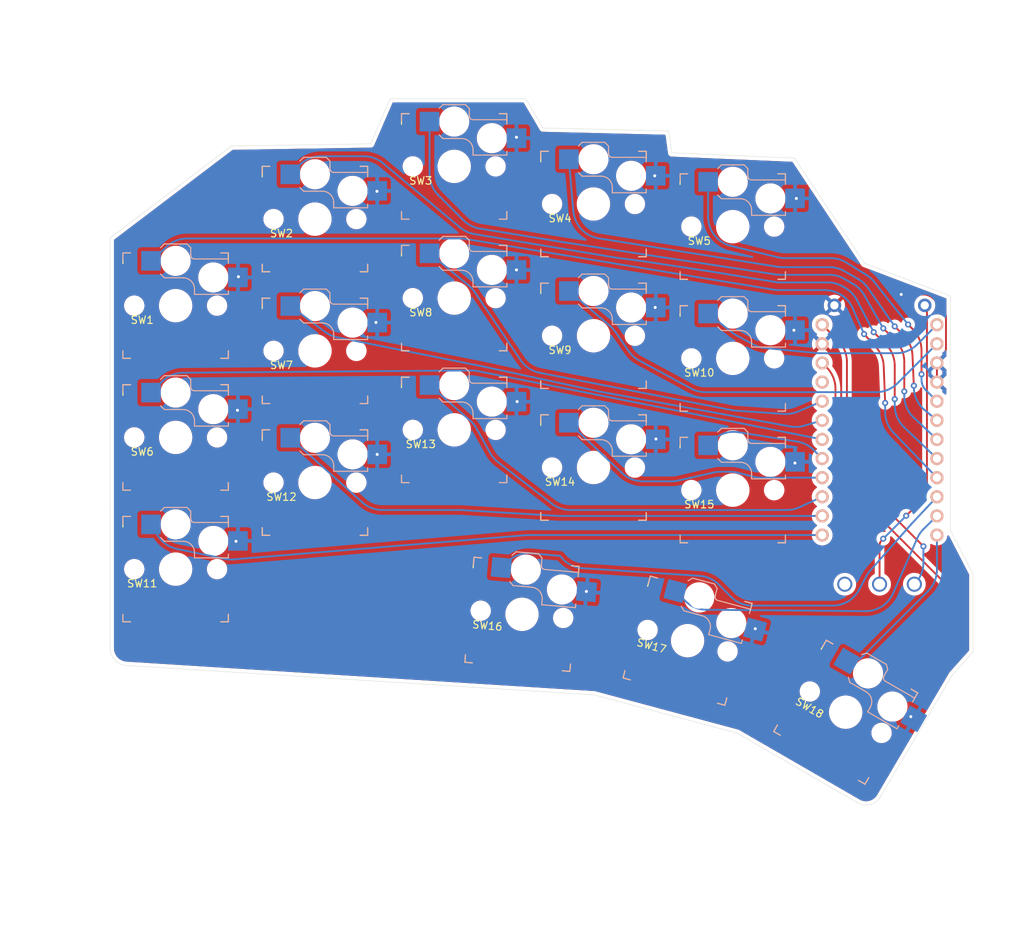
<source format=kicad_pcb>
(kicad_pcb (version 20211014) (generator pcbnew)
  (layers (0 "F.Cu" signal) (31 "B.Cu" signal) (34 "B.Paste" user) (35 "F.Paste" user) (36 "B.SilkS" user "B.Silkscreen") (37 "F.SilkS" user "F.Silkscreen") (38 "B.Mask" user) (39 "F.Mask" user) (44 "Edge.Cuts" user))
  (net 0 "")
  (net 1 "gnd")
  (net 2 "Switch18")
  (net 3 "reset")
  (net 4 "Switch1")
  (net 5 "Switch2")
  (net 6 "Switch3")
  (net 7 "Switch4")
  (net 8 "Switch5")
  (net 9 "Switch6")
  (net 10 "Switch7")
  (net 11 "Switch8")
  (net 12 "Switch9")
  (net 13 "Switch10")
  (net 14 "Switch11")
  (net 15 "Switch12")
  (net 16 "Switch13")
  (net 17 "Switch14")
  (net 18 "Switch15")
  (net 19 "Switch16")
  (net 20 "Switch17")
  (net 21 "raw")
  (net 22 "BT+_r")
  (net 23 "Net-(SW_POWERR1-Pad1)")
  (net 24 "Net-(U1-Pad21)")
  (footprint "Button_Switch_Keyboard:Kailh_socket_PG1350_reversible" (layer "F.Cu") (at 103.271053 115.067125 -5)
    (fp_text reference "SW16" (at -4.445 1.905 175) (layer "F.SilkS"))
    (fp_text value "SW_Push")
    (pad "" np_thru_hole circle (at 5 -3.75 175) (size 3 3) (drill 3) (layers *.Cu *.Mask))
    (pad "" np_thru_hole circle (at -5.5 0 175) (size 1.7018 1.7018) (drill 1.7018) (layers *.Cu *.Mask))
    (pad "" np_thru_hole circle (at 0 0 175) (size 3.429 3.429) (drill 3.429) (layers *.Cu *.Mask))
    (pad "" np_thru_hole circle (at 0 -5.95 175) (size 3 3) (drill 3) (layers *.Cu *.Mask))
    (pad "" np_thru_hole circle (at 5.5 0 175) (size 1.7018 1.7018) (drill 1.7018) (layers *.Cu *.Mask))
    (pad "1" smd rect (at -3.275 -5.95 175) (size 2.6 2.6) (layers "B.Cu" "B.Paste" "B.Mask") (net 19 "Switch16"))
    (pad "2" smd rect (at 8.275 -3.75 175) (size 2.6 2.6) (layers "B.Cu" "B.Paste" "B.Mask") (net 1 "gnd"))
  )
  (footprint "Button_Switch_Keyboard:Kailh_socket_PG1350_reversible" (layer "F.Cu") (at 125.271053 118.567125 -15)
    (fp_text reference "SW17" (at -4.445 1.905 165) (layer "F.SilkS"))
    (fp_text value "SW_Push")
    (pad "" np_thru_hole circle (at 5.5 0 165) (size 1.7018 1.7018) (drill 1.7018) (layers *.Cu *.Mask))
    (pad "" np_thru_hole circle (at 0 -5.95 165) (size 3 3) (drill 3) (layers *.Cu *.Mask))
    (pad "" np_thru_hole circle (at 5 -3.75 165) (size 3 3) (drill 3) (layers *.Cu *.Mask))
    (pad "" np_thru_hole circle (at -5.5 0 165) (size 1.7018 1.7018) (drill 1.7018) (layers *.Cu *.Mask))
    (pad "" np_thru_hole circle (at 0 0 165) (size 3.429 3.429) (drill 3.429) (layers *.Cu *.Mask))
    (pad "1" smd rect (at -3.275 -5.95 165) (size 2.6 2.6) (layers "B.Cu" "B.Paste" "B.Mask") (net 20 "Switch17"))
    (pad "2" smd rect (at 8.275 -3.75 165) (size 2.6 2.6) (layers "B.Cu" "B.Paste" "B.Mask") (net 1 "gnd"))
  )
  (footprint "Button_Switch_Keyboard:Kailh_socket_PG1350_reversible" (layer "F.Cu") (at 146.271053 128.067125 -30)
    (fp_text reference "SW18" (at -4.445 1.905 150) (layer "F.SilkS"))
    (fp_text value "SW_Push")
    (pad "" np_thru_hole circle (at -5.5 0 150) (size 1.7018 1.7018) (drill 1.7018) (layers *.Cu *.Mask))
    (pad "" np_thru_hole circle (at 5.5 0 150) (size 1.7018 1.7018) (drill 1.7018) (layers *.Cu *.Mask))
    (pad "" np_thru_hole circle (at 0 -5.95 150) (size 3 3) (drill 3) (layers *.Cu *.Mask))
    (pad "" np_thru_hole circle (at 5 -3.75 150) (size 3 3) (drill 3) (layers *.Cu *.Mask))
    (pad "" np_thru_hole circle (at 0 0 150) (size 3.429 3.429) (drill 3.429) (layers *.Cu *.Mask))
    (pad "1" smd rect (at -3.275 -5.95 150) (size 2.6 2.6) (layers "B.Cu" "B.Paste" "B.Mask") (net 2 "Switch18"))
    (pad "2" smd rect (at 8.275 -3.75 150) (size 2.6 2.6) (layers "B.Cu" "B.Paste" "B.Mask") (net 1 "gnd"))
  )
  (footprint "Button_Switch_Keyboard:Kailh_socket_PG1350_reversible" (layer "F.Cu") (at 94.271053 73.067125)
    (fp_text reference "SW8" (at -4.445 1.905) (layer "F.SilkS"))
    (fp_text value "SW_Push")
    (pad "" np_thru_hole circle (at 5 -3.75 180) (size 3 3) (drill 3) (layers *.Cu *.Mask))
    (pad "" np_thru_hole circle (at 0 0 180) (size 3.429 3.429) (drill 3.429) (layers *.Cu *.Mask))
    (pad "" np_thru_hole circle (at 0 -5.95 180) (size 3 3) (drill 3) (layers *.Cu *.Mask))
    (pad "" np_thru_hole circle (at -5.5 0 180) (size 1.7018 1.7018) (drill 1.7018) (layers *.Cu *.Mask))
    (pad "" np_thru_hole circle (at 5.5 0 180) (size 1.7018 1.7018) (drill 1.7018) (layers *.Cu *.Mask))
    (pad "1" smd rect (at -3.275 -5.95 180) (size 2.6 2.6) (layers "B.Cu" "B.Paste" "B.Mask") (net 11 "Switch8"))
    (pad "2" smd rect (at 8.275 -3.75 180) (size 2.6 2.6) (layers "B.Cu" "B.Paste" "B.Mask") (net 1 "gnd"))
  )
  (footprint "Button_Switch_Keyboard:Kailh_socket_PG1350_reversible" (layer "F.Cu") (at 75.771053 97.567125)
    (fp_text reference "SW12" (at -4.445 1.905) (layer "F.SilkS"))
    (fp_text value "SW_Push")
    (pad "" np_thru_hole circle (at 0 0 180) (size 3.429 3.429) (drill 3.429) (layers *.Cu *.Mask))
    (pad "" np_thru_hole circle (at 0 -5.95 180) (size 3 3) (drill 3) (layers *.Cu *.Mask))
    (pad "" np_thru_hole circle (at 5 -3.75 180) (size 3 3) (drill 3) (layers *.Cu *.Mask))
    (pad "" np_thru_hole circle (at 5.5 0 180) (size 1.7018 1.7018) (drill 1.7018) (layers *.Cu *.Mask))
    (pad "" np_thru_hole circle (at -5.5 0 180) (size 1.7018 1.7018) (drill 1.7018) (layers *.Cu *.Mask))
    (pad "1" smd rect (at -3.275 -5.95 180) (size 2.6 2.6) (layers "B.Cu" "B.Paste" "B.Mask") (net 15 "Switch12"))
    (pad "2" smd rect (at 8.275 -3.75 180) (size 2.6 2.6) (layers "B.Cu" "B.Paste" "B.Mask") (net 1 "gnd"))
  )
  (footprint "Button_Switch_Keyboard:Kailh_socket_PG1350_reversible" (layer "F.Cu") (at 112.771053 60.567125)
    (fp_text reference "SW4" (at -4.445 1.905) (layer "F.SilkS"))
    (fp_text value "SW_Push")
    (pad "" np_thru_hole circle (at -5.5 0 180) (size 1.7018 1.7018) (drill 1.7018) (layers *.Cu *.Mask))
    (pad "" np_thru_hole circle (at 0 0 180) (size 3.429 3.429) (drill 3.429) (layers *.Cu *.Mask))
    (pad "" np_thru_hole circle (at 5 -3.75 180) (size 3 3) (drill 3) (layers *.Cu *.Mask))
    (pad "" np_thru_hole circle (at 5.5 0 180) (size 1.7018 1.7018) (drill 1.7018) (layers *.Cu *.Mask))
    (pad "" np_thru_hole circle (at 0 -5.95 180) (size 3 3) (drill 3) (layers *.Cu *.Mask))
    (pad "1" smd rect (at -3.275 -5.95 180) (size 2.6 2.6) (layers "B.Cu" "B.Paste" "B.Mask") (net 7 "Switch4"))
    (pad "2" smd rect (at 8.275 -3.75 180) (size 2.6 2.6) (layers "B.Cu" "B.Paste" "B.Mask") (net 1 "gnd"))
  )
  (footprint "Button_Switch_Keyboard:Kailh_socket_PG1350_reversible" (layer "F.Cu") (at 75.771053 80.067125)
    (fp_text reference "SW7" (at -4.445 1.905) (layer "F.SilkS"))
    (fp_text value "SW_Push")
    (pad "" np_thru_hole circle (at 0 -5.95 180) (size 3 3) (drill 3) (layers *.Cu *.Mask))
    (pad "" np_thru_hole circle (at 0 0 180) (size 3.429 3.429) (drill 3.429) (layers *.Cu *.Mask))
    (pad "" np_thru_hole circle (at 5.5 0 180) (size 1.7018 1.7018) (drill 1.7018) (layers *.Cu *.Mask))
    (pad "" np_thru_hole circle (at 5 -3.75 180) (size 3 3) (drill 3) (layers *.Cu *.Mask))
    (pad "" np_thru_hole circle (at -5.5 0 180) (size 1.7018 1.7018) (drill 1.7018) (layers *.Cu *.Mask))
    (pad "1" smd rect (at -3.275 -5.95 180) (size 2.6 2.6) (layers "B.Cu" "B.Paste" "B.Mask") (net 10 "Switch7"))
    (pad "2" smd rect (at 8.275 -3.75 180) (size 2.6 2.6) (layers "B.Cu" "B.Paste" "B.Mask") (net 1 "gnd"))
  )
  (footprint "Sweepv2_extras:battery hole" (layer "F.Cu") (at 144.771055 75.067125)
    (fp_text reference "-" (at -2.02 0.82) (layer "F.SilkS"))
    (fp_text value "MountingHole_Pad" hide)
    (pad "1" thru_hole circle locked (at 0 -1.04) (size 1.8 1.8) (drill 1.1) (layers *.Cu *.Mask) (net 1 "gnd"))
  )
  (footprint "Sweepv2_extras:battery hole" (layer "F.Cu") (at 156.771055 75.067125)
    (fp_text reference "+" (at 1.88 0.82) (layer "F.SilkS"))
    (fp_text value "MountingHole_Pad" hide)
    (pad "1" thru_hole circle locked (at 0 -1.04) (size 1.8 1.8) (drill 1.1) (layers *.Cu *.Mask) (net 22 "BT+_r"))
  )
  (footprint "Button_Switch_Keyboard:Kailh_socket_PG1350_reversible" (layer "F.Cu") (at 57.271053 109.067125)
    (fp_text reference "SW11" (at -4.445 1.905) (layer "F.SilkS"))
    (fp_text value "SW_Push")
    (pad "" np_thru_hole circle (at -5.5 0 180) (size 1.7018 1.7018) (drill 1.7018) (layers *.Cu *.Mask))
    (pad "" np_thru_hole circle (at 5 -3.75 180) (size 3 3) (drill 3) (layers *.Cu *.Mask))
    (pad "" np_thru_hole circle (at 0 0 180) (size 3.429 3.429) (drill 3.429) (layers *.Cu *.Mask))
    (pad "" np_thru_hole circle (at 0 -5.95 180) (size 3 3) (drill 3) (layers *.Cu *.Mask))
    (pad "" np_thru_hole circle (at 5.5 0 180) (size 1.7018 1.7018) (drill 1.7018) (layers *.Cu *.Mask))
    (pad "1" smd rect (at -3.275 -5.95 180) (size 2.6 2.6) (layers "B.Cu" "B.Paste" "B.Mask") (net 14 "Switch11"))
    (pad "2" smd rect (at 8.275 -3.75 180) (size 2.6 2.6) (layers "B.Cu" "B.Paste" "B.Mask") (net 1 "gnd"))
  )
  (footprint "Button_Switch_Keyboard:Kailh_socket_PG1350_reversible" (layer "F.Cu") (at 131.271053 63.567125)
    (fp_text reference "SW5" (at -4.445 1.905) (layer "F.SilkS"))
    (fp_text value "SW_Push")
    (pad "" np_thru_hole circle (at 0 0 180) (size 3.429 3.429) (drill 3.429) (layers *.Cu *.Mask))
    (pad "" np_thru_hole circle (at 0 -5.95 180) (size 3 3) (drill 3) (layers *.Cu *.Mask))
    (pad "" np_thru_hole circle (at 5 -3.75 180) (size 3 3) (drill 3) (layers *.Cu *.Mask))
    (pad "" np_thru_hole circle (at 5.5 0 180) (size 1.7018 1.7018) (drill 1.7018) (layers *.Cu *.Mask))
    (pad "" np_thru_hole circle (at -5.5 0 180) (size 1.7018 1.7018) (drill 1.7018) (layers *.Cu *.Mask))
    (pad "1" smd rect (at -3.275 -5.95 180) (size 2.6 2.6) (layers "B.Cu" "B.Paste" "B.Mask") (net 8 "Switch5"))
    (pad "2" smd rect (at 8.275 -3.75 180) (size 2.6 2.6) (layers "B.Cu" "B.Paste" "B.Mask") (net 1 "gnd"))
  )
  (footprint "Button_Switch_Keyboard:Kailh_socket_PG1350_reversible" (layer "F.Cu") (at 112.771053 78.067125)
    (fp_text reference "SW9" (at -4.445 1.905) (layer "F.SilkS"))
    (fp_text value "SW_Push")
    (pad "" np_thru_hole circle (at 5 -3.75 180) (size 3 3) (drill 3) (layers *.Cu *.Mask))
    (pad "" np_thru_hole circle (at -5.5 0 180) (size 1.7018 1.7018) (drill 1.7018) (layers *.Cu *.Mask))
    (pad "" np_thru_hole circle (at 0 0 180) (size 3.429 3.429) (drill 3.429) (layers *.Cu *.Mask))
    (pad "" np_thru_hole circle (at 5.5 0 180) (size 1.7018 1.7018) (drill 1.7018) (layers *.Cu *.Mask))
    (pad "" np_thru_hole circle (at 0 -5.95 180) (size 3 3) (drill 3) (layers *.Cu *.Mask))
    (pad "1" smd rect (at -3.275 -5.95 180) (size 2.6 2.6) (layers "B.Cu" "B.Paste" "B.Mask") (net 12 "Switch9"))
    (pad "2" smd rect (at 8.275 -3.75 180) (size 2.6 2.6) (layers "B.Cu" "B.Paste" "B.Mask") (net 1 "gnd"))
  )
  (footprint "Button_Switch_Keyboard:Kailh_socket_PG1350_reversible" (layer "F.Cu") (at 131.271053 81.067125)
    (fp_text reference "SW10" (at -4.445 1.905) (layer "F.SilkS"))
    (fp_text value "SW_Push")
    (pad "" np_thru_hole circle (at 5.5 0 180) (size 1.7018 1.7018) (drill 1.7018) (layers *.Cu *.Mask))
    (pad "" np_thru_hole circle (at 5 -3.75 180) (size 3 3) (drill 3) (layers *.Cu *.Mask))
    (pad "" np_thru_hole circle (at 0 -5.95 180) (size 3 3) (drill 3) (layers *.Cu *.Mask))
    (pad "" np_thru_hole circle (at 0 0 180) (size 3.429 3.429) (drill 3.429) (layers *.Cu *.Mask))
    (pad "" np_thru_hole circle (at -5.5 0 180) (size 1.7018 1.7018) (drill 1.7018) (layers *.Cu *.Mask))
    (pad "1" smd rect (at -3.275 -5.95 180) (size 2.6 2.6) (layers "B.Cu" "B.Paste" "B.Mask") (net 13 "Switch10"))
    (pad "2" smd rect (at 8.275 -3.75 180) (size 2.6 2.6) (layers "B.Cu" "B.Paste" "B.Mask") (net 1 "gnd"))
  )
  (footprint "Button_Switch_Keyboard:Kailh_socket_PG1350_reversible" (layer "F.Cu") (at 57.271053 74.067125)
    (fp_text reference "SW1" (at -4.445 1.905) (layer "F.SilkS"))
    (fp_text value "SW_Push")
    (pad "" np_thru_hole circle (at 0 -5.95 180) (size 3 3) (drill 3) (layers *.Cu *.Mask))
    (pad "" np_thru_hole circle (at -5.5 0 180) (size 1.7018 1.7018) (drill 1.7018) (layers *.Cu *.Mask))
    (pad "" np_thru_hole circle (at 5 -3.75 180) (size 3 3) (drill 3) (layers *.Cu *.Mask))
    (pad "" np_thru_hole circle (at 0 0 180) (size 3.429 3.429) (drill 3.429) (layers *.Cu *.Mask))
    (pad "" np_thru_hole circle (at 5.5 0 180) (size 1.7018 1.7018) (drill 1.7018) (layers *.Cu *.Mask))
    (pad "1" smd rect (at -3.275 -5.95 180) (size 2.6 2.6) (layers "B.Cu" "B.Paste" "B.Mask") (net 4 "Switch1"))
    (pad "2" smd rect (at 8.275 -3.75 180) (size 2.6 2.6) (layers "B.Cu" "B.Paste" "B.Mask") (net 1 "gnd"))
  )
  (footprint "Button_Switch_Keyboard:Kailh_socket_PG1350_reversible" (layer "F.Cu") (at 75.771053 62.567125)
    (fp_text reference "SW2" (at -4.445 1.905) (layer "F.SilkS"))
    (fp_text value "SW_Push")
    (pad "" np_thru_hole circle (at 0 0 180) (size 3.429 3.429) (drill 3.429) (layers *.Cu *.Mask))
    (pad "" np_thru_hole circle (at 5 -3.75 180) (size 3 3) (drill 3) (layers *.Cu *.Mask))
    (pad "" np_thru_hole circle (at -5.5 0 180) (size 1.7018 1.7018) (drill 1.7018) (layers *.Cu *.Mask))
    (pad "" np_thru_hole circle (at 0 -5.95 180) (size 3 3) (drill 3) (layers *.Cu *.Mask))
    (pad "" np_thru_hole circle (at 5.5 0 180) (size 1.7018 1.7018) (drill 1.7018) (layers *.Cu *.Mask))
    (pad "1" smd rect (at -3.275 -5.95 180) (size 2.6 2.6) (layers "B.Cu" "B.Paste" "B.Mask") (net 5 "Switch2"))
    (pad "2" smd rect (at 8.275 -3.75 180) (size 2.6 2.6) (layers "B.Cu" "B.Paste" "B.Mask") (net 1 "gnd"))
  )
  (footprint "Sweepv2_extras:SW_SPST_B3U-1000P" (layer "F.Cu") (at 160.771055 115.067125 90)
    (fp_text reference "RSW1" hide)
    (fp_text value "SW_Push" hide)
    (pad "1" smd rect locked (at -3.3 0 90) (size 1.7 1.5) (layers "F.Cu" "F.Paste" "F.Mask") (net 1 "gnd"))
    (pad "2" smd rect locked (at 3.3 0 90) (size 1.7 1.5) (layers "F.Cu" "F.Paste" "F.Mask") (net 3 "reset"))
  )
  (footprint "Button_Switch_Keyboard:Kailh_socket_PG1350_reversible" (layer "F.Cu") (at 112.771053 95.567125)
    (fp_text reference "SW14" (at -4.445 1.905) (layer "F.SilkS"))
    (fp_text value "SW_Push")
    (pad "" np_thru_hole circle (at 0 -5.95 180) (size 3 3) (drill 3) (layers *.Cu *.Mask))
    (pad "" np_thru_hole circle (at 5 -3.75 180) (size 3 3) (drill 3) (layers *.Cu *.Mask))
    (pad "" np_thru_hole circle (at 0 0 180) (size 3.429 3.429) (drill 3.429) (layers *.Cu *.Mask))
    (pad "" np_thru_hole circle (at -5.5 0 180) (size 1.7018 1.7018) (drill 1.7018) (layers *.Cu *.Mask))
    (pad "" np_thru_hole circle (at 5.5 0 180) (size 1.7018 1.7018) (drill 1.7018) (layers *.Cu *.Mask))
    (pad "1" smd rect (at -3.275 -5.95 180) (size 2.6 2.6) (layers "B.Cu" "B.Paste" "B.Mask") (net 17 "Switch14"))
    (pad "2" smd rect (at 8.275 -3.75 180) (size 2.6 2.6) (layers "B.Cu" "B.Paste" "B.Mask") (net 1 "gnd"))
  )
  (footprint "Button_Switch_Keyboard:Kailh_socket_PG1350_reversible" (layer "F.Cu") (at 57.271053 91.567125)
    (fp_text reference "SW6" (at -4.445 1.905) (layer "F.SilkS"))
    (fp_text value "SW_Push")
    (pad "" np_thru_hole circle (at 0 0 180) (size 3.429 3.429) (drill 3.429) (layers *.Cu *.Mask))
    (pad "" np_thru_hole circle (at 0 -5.95 180) (size 3 3) (drill 3) (layers *.Cu *.Mask))
    (pad "" np_thru_hole circle (at 5 -3.75 180) (size 3 3) (drill 3) (layers *.Cu *.Mask))
    (pad "" np_thru_hole circle (at 5.5 0 180) (size 1.7018 1.7018) (drill 1.7018) (layers *.Cu *.Mask))
    (pad "" np_thru_hole circle (at -5.5 0 180) (size 1.7018 1.7018) (drill 1.7018) (layers *.Cu *.Mask))
    (pad "1" smd rect (at -3.275 -5.95 180) (size 2.6 2.6) (layers "B.Cu" "B.Paste" "B.Mask") (net 9 "Switch6"))
    (pad "2" smd rect (at 8.275 -3.75 180) (size 2.6 2.6) (layers "B.Cu" "B.Paste" "B.Mask") (net 1 "gnd"))
  )
  (footprint "Button_Switch_Keyboard:Kailh_socket_PG1350_reversible" (layer "F.Cu") (at 94.271053 55.567125)
    (fp_text reference "SW3" (at -4.445 1.905) (layer "F.SilkS"))
    (fp_text value "SW_Push")
    (pad "" np_thru_hole circle (at -5.5 0 180) (size 1.7018 1.7018) (drill 1.7018) (layers *.Cu *.Mask))
    (pad "" np_thru_hole circle (at 0 0 180) (size 3.429 3.429) (drill 3.429) (layers *.Cu *.Mask))
    (pad "" np_thru_hole circle (at 5 -3.75 180) (size 3 3) (drill 3) (layers *.Cu *.Mask))
    (pad "" np_thru_hole circle (at 0 -5.95 180) (size 3 3) (drill 3) (layers *.Cu *.Mask))
    (pad "" np_thru_hole circle (at 5.5 0 180) (size 1.7018 1.7018) (drill 1.7018) (layers *.Cu *.Mask))
    (pad "1" smd rect (at -3.275 -5.95 180) (size 2.6 2.6) (layers "B.Cu" "B.Paste" "B.Mask") (net 6 "Switch3"))
    (pad "2" smd rect (at 8.275 -3.75 180) (size 2.6 2.6) (layers "B.Cu" "B.Paste" "B.Mask") (net 1 "gnd"))
  )
  (footprint "Button_Switch_Keyboard:Kailh_socket_PG1350_reversible" (layer "F.Cu") (at 94.271053 90.567125)
    (fp_text reference "SW13" (at -4.445 1.905) (layer "F.SilkS"))
    (fp_text value "SW_Push")
    (pad "" np_thru_hole circle (at 5 -3.75 180) (size 3 3) (drill 3) (layers *.Cu *.Mask))
    (pad "" np_thru_hole circle (at 0 -5.95 180) (size 3 3) (drill 3) (layers *.Cu *.Mask))
    (pad "" np_thru_hole circle (at -5.5 0 180) (size 1.7018 1.7018) (drill 1.7018) (layers *.Cu *.Mask))
    (pad "" np_thru_hole circle (at 5.5 0 180) (size 1.7018 1.7018) (drill 1.7018) (layers *.Cu *.Mask))
    (pad "" np_thru_hole circle (at 0 0 180) (size 3.429 3.429) (drill 3.429) (layers *.Cu *.Mask))
    (pad "1" smd rect (at -3.275 -5.95 180) (size 2.6 2.6) (layers "B.Cu" "B.Paste" "B.Mask") (net 16 "Switch13"))
    (pad "2" smd rect (at 8.275 -3.75 180) (size 2.6 2.6) (layers "B.Cu" "B.Paste" "B.Mask") (net 1 "gnd"))
  )
  (footprint "Button_Switch_Keyboard:Kailh_socket_PG1350_reversible" (layer "F.Cu") (at 131.271053 98.567125)
    (fp_text reference "SW15" (at -4.445 1.905) (layer "F.SilkS"))
    (fp_text value "SW_Push")
    (pad "" np_thru_hole circle (at -5.5 0 180) (size 1.7018 1.7018) (drill 1.7018) (layers *.Cu *.Mask))
    (pad "" np_thru_hole circle (at 5.5 0 180) (size 1.7018 1.7018) (drill 1.7018) (layers *.Cu *.Mask))
    (pad "" np_thru_hole circle (at 0 -5.95 180) (size 3 3) (drill 3) (layers *.Cu *.Mask))
    (pad "" np_thru_hole circle (at 5 -3.75 180) (size 3 3) (drill 3) (layers *.Cu *.Mask))
    (pad "" np_thru_hole circle (at 0 0 180) (size 3.429 3.429) (drill 3.429) (layers *.Cu *.Mask))
    (pad "1" smd rect (at -3.275 -5.95 180) (size 2.6 2.6) (layers "B.Cu" "B.Paste" "B.Mask") (net 18 "Switch15"))
    (pad "2" smd rect (at 8.275 -3.75 180) (size 2.6 2.6) (layers "B.Cu" "B.Paste" "B.Mask") (net 1 "gnd"))
  )
  (footprint "Sweepv2_extras:nice_nano" (layer "B.Cu") (at 150.771055 90.567125 -90)
    (fp_text reference "U1" hide)
    (fp_text value "nice_nano" hide)
    (pad "1" thru_hole circle (at -13.97 -7.62 270) (size 1.7526 1.7526) (drill 1.0922) (layers *.Cu *.SilkS *.Mask) (net 13 "Switch10"))
    (pad "2" thru_hole circle (at -11.43 -7.62 270) (size 1.7526 1.7526) (drill 1.0922) (layers *.Cu *.SilkS *.Mask) (net 12 "Switch9"))
    (pad "3" thru_hole circle (at -8.89 -7.62 270) (size 1.7526 1.7526) (drill 1.0922) (layers *.Cu *.SilkS *.Mask) (net 1 "gnd"))
    (pad "4" thru_hole circle (at -6.35 -7.62 270) (size 1.7526 1.7526) (drill 1.0922) (layers *.Cu *.SilkS *.Mask) (net 1 "gnd"))
    (pad "5" thru_hole circle (at -3.81 -7.62 270) (size 1.7526 1.7526) (drill 1.0922) (layers *.Cu *.SilkS *.Mask) (net 8 "Switch5"))
    (pad "6" thru_hole circle (at -1.27 -7.62 270) (size 1.7526 1.7526) (drill 1.0922) (layers *.Cu *.SilkS *.Mask) (net 7 "Switch4"))
    (pad "7" thru_hole circle (at 1.27 -7.62 270) (size 1.7526 1.7526) (drill 1.0922) (layers *.Cu *.SilkS *.Mask) (net 6 "Switch3"))
    (pad "8" thru_hole circle (at 3.81 -7.62 270) (size 1.7526 1.7526) (drill 1.0922) (layers *.Cu *.SilkS *.Mask) (net 5 "Switch2"))
    (pad "9" thru_hole circle (at 6.35 -7.62 270) (size 1.7526 1.7526) (drill 1.0922) (layers *.Cu *.SilkS *.Mask) (net 4 "Switch1"))
    (pad "10" thru_hole circle (at 8.89 -7.62 270) (size 1.7526 1.7526) (drill 1.0922) (layers *.Cu *.SilkS *.Mask) (net 19 "Switch16"))
    (pad "11" thru_hole circle (at 11.43 -7.62 270) (size 1.7526 1.7526) (drill 1.0922) (layers *.Cu *.SilkS *.Mask) (net 20 "Switch17"))
    (pad "12" thru_hole circle (at 13.97 -7.62 270) (size 1.7526 1.7526) (drill 1.0922) (layers *.Cu *.SilkS *.Mask) (net 2 "Switch18"))
    (pad "13" thru_hole circle (at 13.97 7.62 270) (size 1.7526 1.7526) (drill 1.0922) (layers *.Cu *.SilkS *.Mask) (net 14 "Switch11"))
    (pad "14" thru_hole circle (at 11.43 7.62 270) (size 1.7526 1.7526) (drill 1.0922) (layers *.Cu *.SilkS *.Mask) (net 15 "Switch12"))
    (pad "15" thru_hole circle (at 8.89 7.62 270) (size 1.7526 1.7526) (drill 1.0922) (layers *.Cu *.SilkS *.Mask) (net 16 "Switch13"))
    (pad "16" thru_hole circle (at 6.35 7.62 270) (size 1.7526 1.7526) (drill 1.0922) (layers *.Cu *.SilkS *.Mask) (net 17 "Switch14"))
    (pad "17" thru_hole circle (at 3.81 7.62 270) (size 1.7526 1.7526) (drill 1.0922) (layers *.Cu *.SilkS *.Mask) (net 18 "Switch15"))
    (pad "18" thru_hole circle (at 1.27 7.62 270) (size 1.7526 1.7526) (drill 1.0922) (layers *.Cu *.SilkS *.Mask) (net 9 "Switch6"))
    (pad "19" thru_hole circle (at -1.27 7.62 270) (size 1.7526 1.7526) (drill 1.0922) (layers *.Cu *.SilkS *.Mask) (net 10 "Switch7"))
    (pad "20" thru_hole circle (at -3.81 7.62 270) (size 1.7526 1.7526) (drill 1.0922) (layers *.Cu *.SilkS *.Mask) (net 11 "Switch8"))
    (pad "21" thru_hole circle (at -6.35 7.62 270) (size 1.7526 1.7526) (drill 1.0922) (layers *.Cu *.SilkS *.Mask) (net 24 "Net-(U1-Pad21)"))
    (pad "22" thru_hole circle (at -8.89 7.62 270) (size 1.7526 1.7526) (drill 1.0922) (layers *.Cu *.SilkS *.Mask) (net 3 "reset"))
    (pad "23" thru_hole circle (at -11.43 7.62 270) (size 1.7526 1.7526) (drill 1.0922) (layers *.Cu *.SilkS *.Mask) (net 1 "gnd"))
    (pad "24" thru_hole circle (at -13.97 7.62 270) (size 1.7526 1.7526) (drill 1.0922) (layers *.Cu *.SilkS *.Mask) (net 21 "raw"))
  )
  (footprint "Sweepv2_extras:bigswitch" (layer "B.Cu") (at 150.771055 111.067125)
    (fp_text reference "SW_POWERR1" hide)
    (fp_text value "SW_SPDT" hide)
    (pad "1" thru_hole circle locked (at -4.62 0) (size 2 2) (drill 1.5) (layers *.Cu *.Mask) (net 23 "Net-(SW_POWERR1-Pad1)"))
    (pad "2" thru_hole circle locked (at 0 0) (size 2 2) (drill 1.5) (layers *.Cu *.Mask) (net 22 "BT+_r"))
    (pad "3" thru_hole circle locked (at 4.62 0) (size 2 2) (drill 1.5) (layers *.Cu *.Mask) (net 21 "raw"))
  )
  (gr_line (start 48.571055 65.067125) (end 48.571055 75.239125) (layer "Edge.Cuts") (width 0.05))
  (gr_line (start 48.571055 75.239125) (end 48.571055 101.147125) (layer "Edge.Cuts") (width 0.05))
  (gr_line (start 103.771055 46.567125) (end 85.771055 46.567125) (layer "Edge.Cuts") (width 0.05))
  (gr_line (start 148.771055 68.445125) (end 139.471055 54.467125) (layer "Edge.Cuts") (width 0.05))
  (gr_line (start 48.571055 101.147125) (end 48.571055 119.567125) (layer "Edge.Cuts") (width 0.05))
  (gr_line (start 131.871055 130.867125) (end 147.810587 140.078488) (layer "Edge.Cuts") (width 0.05))
  (gr_line (start 163.171055 109.667125) (end 160.171055 103.867125) (layer "Edge.Cuts") (width 0.05))
  (gr_arc (start 50.871055 121.867125) (mid 49.244709 121.193471) (end 48.571055 119.567125) (layer "Edge.Cuts") (width 0.05))
  (gr_line (start 123.171055 53.767125) (end 122.771055 50.867125) (layer "Edge.Cuts") (width 0.05))
  (gr_line (start 122.771055 50.867125) (end 106.071055 50.467125) (layer "Edge.Cuts") (width 0.05))
  (gr_line (start 106.071055 50.467125) (end 103.771055 46.567125) (layer "Edge.Cuts") (width 0.05))
  (gr_line (start 160.471055 123.067125) (end 163.171055 120.067125) (layer "Edge.Cuts") (width 0.05))
  (gr_line (start 163.171055 120.067125) (end 163.171055 109.667125) (layer "Edge.Cuts") (width 0.05))
  (gr_line (start 64.671055 52.867125) (end 48.571055 65.067125) (layer "Edge.Cuts") (width 0.05))
  (gr_line (start 160.151055 72.763125) (end 148.771055 68.445125) (layer "Edge.Cuts") (width 0.05))
  (gr_line (start 50.871055 121.867125) (end 112.871055 125.767125) (layer "Edge.Cuts") (width 0.05))
  (gr_line (start 85.771055 46.567125) (end 83.171055 52.567125) (layer "Edge.Cuts") (width 0.05))
  (gr_line (start 83.171055 52.567125) (end 64.671055 52.867125) (layer "Edge.Cuts") (width 0.05))
  (gr_line (start 139.471055 54.467125) (end 123.171055 53.767125) (layer "Edge.Cuts") (width 0.05))
  (gr_line (start 160.171055 103.867125) (end 160.151055 72.763125) (layer "Edge.Cuts") (width 0.05))
  (gr_line (start 112.871055 125.767125) (end 131.871055 130.867125) (layer "Edge.Cuts") (width 0.05))
  (gr_arc (start 150.971055 139.167125) (mid 149.590611 140.315648) (end 147.810587 140.078488) (layer "Edge.Cuts") (width 0.05))
  (gr_line (start 150.971055 139.167125) (end 160.471055 123.067125) (layer "Edge.Cuts") (width 0.05))
  (segment (start 159.591866 79.647887) (end 159.591866 75.620293) (width 0.25) (layer "F.Cu") (net 1))
  (segment (start 145.632393 73.165787) (end 144.771055 74.027125) (width 0.25) (layer "F.Cu") (net 1))
  (segment (start 159.006079 74.206079) (end 157.965786 73.165786) (width 0.25) (layer "F.Cu") (net 1))
  (segment (start 156.551573 72.58) (end 147.046607 72.58) (width 0.25) (layer "F.Cu") (net 1))
  (segment (start 158.391055 81.677125) (end 159.00608 81.0621) (width 0.25) (layer "F.Cu") (net 1))
  (segment (start 158.391055 81.677125) (end 158.391055 84.217125) (width 0.25) (layer "F.Cu") (net 1))
  (via (at 102.629055 86.807125) (size 0.8) (drill 0.4) (layers "F.Cu" "B.Cu") (net 1))
  (via (at 83.879055 76.297125) (size 0.8) (drill 0.4) (layers "F.Cu" "B.Cu") (net 1))
  (via (at 84.009055 58.877125) (size 0.8) (drill 0.4) (layers "F.Cu" "B.Cu") (net 1))
  (via (at 139.719055 59.827125) (size 0.8) (drill 0.4) (layers "F.Cu" "B.Cu") (net 1))
  (via (at 134.259055 116.977125) (size 0.8) (drill 0.4) (layers "F.Cu" "B.Cu") (net 1))
  (via (at 139.529055 94.977125) (size 0.8) (drill 0.4) (layers "F.Cu" "B.Cu") (net 1))
  (via (at 65.289055 105.367125) (size 0.8) (drill 0.4) (layers "F.Cu" "B.Cu") (net 1))
  (via (at 65.609055 70.227125) (size 0.8) (drill 0.4) (layers "F.Cu" "B.Cu") (net 1))
  (via (at 120.909055 56.817125) (size 0.8) (drill 0.4) (layers "F.Cu" "B.Cu") (net 1))
  (via (at 111.829055 112.027125) (size 0.8) (drill 0.4) (layers "F.Cu" "B.Cu") (net 1))
  (via (at 139.399055 77.337125) (size 0.8) (drill 0.4) (layers "F.Cu" "B.Cu") (net 1))
  (via (at 102.539055 51.697125) (size 0.8) (drill 0.4) (layers "F.Cu" "B.Cu") (net 1))
  (via (at 84.039055 93.827125) (size 0.8) (drill 0.4) (layers "F.Cu" "B.Cu") (net 1))
  (via (at 102.539055 69.317125) (size 0.8) (drill 0.4) (layers "F.Cu" "B.Cu") (net 1))
  (via (at 154.919055 128.657125) (size 0.8) (drill 0.4) (layers "F.Cu" "B.Cu") (net 1))
  (via (at 121.069055 91.777125) (size 0.8) (drill 0.4) (layers "F.Cu" "B.Cu") (net 1))
  (via (at 65.479055 87.967125) (size 0.8) (drill 0.4) (layers "F.Cu" "B.Cu") (net 1))
  (via (at 153.65 72.58) (size 0.8) (drill 0.4) (layers "F.Cu" "B.Cu") (net 1))
  (via (at 120.969055 74.307125) (size 0.8) (drill 0.4) (layers "F.Cu" "B.Cu") (net 1))
  (arc (start 159.00608 81.0621) (mid 159.439625 80.413254) (end 159.591866 79.647887) (width 0.25) (layer "F.Cu") (net 1))
  (arc (start 156.551573 72.58) (mid 157.31694 72.732241) (end 157.965786 73.165786) (width 0.25) (layer "F.Cu") (net 1))
  (arc (start 145.632393 73.165787) (mid 146.28124 72.732241) (end 147.046607 72.58) (width 0.25) (layer "F.Cu") (net 1))
  (arc (start 159.591866 75.620293) (mid 159.439625 74.854926) (end 159.006079 74.206079) (width 0.25) (layer "F.Cu") (net 1))
  (segment (start 158.391055 81.677125) (end 158.367125 81.677125) (width 0.25) (layer "B.Cu") (net 1))
  (segment (start 148.496718 120.690987) (end 157.219482 111.968223) (width 0.25) (layer "B.Cu") (net 2))
  (segment (start 146.40982 121.276774) (end 147.082504 121.276774) (width 0.25) (layer "B.Cu") (net 2))
  (segment (start 158.391055 109.139796) (end 158.391055 104.537125) (width 0.25) (layer "B.Cu") (net 2))
  (arc (start 158.391055 109.139796) (mid 158.086573 110.67053) (end 157.219482 111.968223) (width 0.25) (layer "B.Cu") (net 2))
  (arc (start 148.496718 120.690987) (mid 147.847871 121.124533) (end 147.082504 121.276774) (width 0.25) (layer "B.Cu") (net 2))
  (segment (start 143.739482 82.265552) (end 143.151055 81.677125) (width 0.25) (layer "F.Cu") (net 3))
  (segment (start 144.911055 94.728271) (end 144.911055 85.093979) (width 0.25) (layer "F.Cu") (net 3))
  (segment (start 160.000162 111.474232) (end 146.082628 97.556698) (width 0.25) (layer "F.Cu") (net 3))
  (segment (start 160.771055 111.767125) (end 160.707269 111.767125) (width 0.25) (layer "F.Cu") (net 3))
  (arc (start 160.707269 111.767125) (mid 160.324586 111.691005) (end 160.000162 111.474232) (width 0.25) (layer "F.Cu") (net 3))
  (arc (start 144.911055 94.728271) (mid 145.215537 96.259005) (end 146.082628 97.556698) (width 0.25) (layer "F.Cu") (net 3))
  (arc (start 143.739482 82.265552) (mid 144.606573 83.563245) (end 144.911055 85.093979) (width 0.25) (layer "F.Cu") (net 3))
  (segment (start 150.282173 79.560355) (end 148.721055 77.843125) (width 0.25) (layer "F.Cu") (net 4))
  (segment (start 151.515055 86.987125) (end 151.319217 82.091174) (width 0.25) (layer "F.Cu") (net 4))
  (via (at 148.721055 77.843125) (size 0.8) (drill 0.4) (layers "F.Cu" "B.Cu") (net 4))
  (via (at 151.515055 86.987125) (size 0.8) (drill 0.4) (layers "F.Cu" "B.Cu") (net 4))
  (arc (start 151.319217 82.091174) (mid 151.023725 80.734374) (end 150.282173 79.560355) (width 0.25) (layer "F.Cu") (net 4))
  (segment (start 151.515055 86.987125) (end 151.515055 88.167579) (width 0.25) (layer "B.Cu") (net 4))
  (segment (start 152.634641 90.943045) (end 158.391055 96.917125) (width 0.25) (layer "B.Cu") (net 4))
  (segment (start 95.053988 65.143125) (end 58.822738 65.143125) (width 0.25) (layer "B.Cu") (net 4))
  (segment (start 143.509871 72.001125) (end 137.364122 72.001125) (width 0.25) (layer "B.Cu") (net 4))
  (segment (start 145.650979 72.622327) (end 145.629865 72.609131) (width 0.25) (layer "B.Cu") (net 4))
  (segment (start 136.714333 71.947994) (end 95.703777 65.196256) (width 0.25) (layer "B.Cu") (net 4))
  (segment (start 56.138164 66.177815) (end 53.996053 68.117125) (width 0.25) (layer "B.Cu") (net 4))
  (segment (start 148.721055 77.843125) (end 147.186229 74.389766) (width 0.25) (layer "B.Cu") (net 4))
  (arc (start 152.634641 90.943045) (mid 151.805496 89.663965) (end 151.515055 88.167579) (width 0.25) (layer "B.Cu") (net 4))
  (arc (start 147.186229 74.389766) (mid 146.550803 73.391214) (end 145.650979 72.622327) (width 0.25) (layer "B.Cu") (net 4))
  (arc (start 145.629865 72.609131) (mid 144.6126 72.15613) (end 143.509871 72.001125) (width 0.25) (layer "B.Cu") (net 4))
  (arc (start 95.703777 65.196256) (mid 95.379967 65.15643) (end 95.053988 65.143125) (width 0.25) (layer "B.Cu") (net 4))
  (arc (start 136.714333 71.947994) (mid 137.038143 71.98782) (end 137.364122 72.001125) (width 0.25) (layer "B.Cu") (net 4))
  (arc (start 56.138164 66.177815) (mid 57.384204 65.41075) (end 58.822738 65.143125) (width 0.25) (layer "B.Cu") (net 4))
  (segment (start 151.613482 79.211552) (end 149.991055 77.589125) (width 0.25) (layer "F.Cu") (net 5))
  (segment (start 152.785055 86.479125) (end 152.785055 82.039979) (width 0.25) (layer "F.Cu") (net 5))
  (via (at 149.991055 77.589125) (size 0.8) (drill 0.4) (layers "F.Cu" "B.Cu") (net 5))
  (via (at 152.785055 86.479125) (size 0.8) (drill 0.4) (layers "F.Cu" "B.Cu") (net 5))
  (arc (start 152.785055 82.039979) (mid 152.480573 80.509245) (end 151.613482 79.211552) (width 0.25) (layer "F.Cu") (net 5))
  (segment (start 96.958946 64.55944) (end 115.636742 67.672406) (width 0.25) (layer "B.Cu") (net 5))
  (segment (start 147.752115 73.314785) (end 149.991055 77.589125) (width 0.25) (layer "B.Cu") (net 5))
  (segment (start 119.546293 68.196464) (end 127.872507 69.458012) (width 0.25) (layer "B.Cu") (net 5))
  (segment (start 145.817123 71.488496) (end 146.151361 71.674184) (width 0.25) (layer "B.Cu") (net 5))
  (segment (start 84.809593 55.14824) (end 95.055804 63.686749) (width 0.25) (layer "B.Cu") (net 5))
  (segment (start 76.548907 54.221125) (end 82.248855 54.221125) (width 0.25) (layer "B.Cu") (net 5))
  (segment (start 137.613275 70.985125) (end 143.874551 70.985125) (width 0.25) (layer "B.Cu") (net 5))
  (segment (start 72.496053 56.617125) (end 73.72048 55.392698) (width 0.25) (layer "B.Cu") (net 5))
  (segment (start 127.91357 69.464452) (end 136.97299 70.933547) (width 0.25) (layer "B.Cu") (net 5))
  (segment (start 158.391055 94.377125) (end 154.021312 90.200692) (width 0.25) (layer "B.Cu") (net 5))
  (segment (start 115.765683 67.691742) (end 119.475727 68.186415) (width 0.25) (layer "B.Cu") (net 5))
  (segment (start 152.785055 87.309027) (end 152.785055 86.479125) (width 0.25) (layer "B.Cu") (net 5))
  (arc (start 119.475727 68.186415) (mid 119.511032 68.191283) (end 119.546293 68.196464) (width 0.25) (layer "B.Cu") (net 5))
  (arc (start 146.151361 71.674184) (mid 147.07177 72.377367) (end 147.752115 73.314785) (width 0.25) (layer "B.Cu") (net 5))
  (arc (start 82.248855 54.221125) (mid 83.610556 54.460039) (end 84.809593 55.14824) (width 0.25) (layer "B.Cu") (net 5))
  (arc (start 73.72048 55.392698) (mid 75.018173 54.525607) (end 76.548907 54.221125) (width 0.25) (layer "B.Cu") (net 5))
  (arc (start 115.765683 67.691742) (mid 115.701134 67.682599) (end 115.636742 67.672406) (width 0.25) (layer "B.Cu") (net 5))
  (arc (start 152.785055 87.309027) (mid 153.107082 88.88145) (end 154.021312 90.200692) (width 0.25) (layer "B.Cu") (net 5))
  (arc (start 95.055804 63.686749) (mid 95.949264 64.249821) (end 96.958946 64.55944) (width 0.25) (layer "B.Cu") (net 5))
  (arc (start 143.874551 70.985125) (mid 144.877916 71.113012) (end 145.817123 71.488496) (width 0.25) (layer "B.Cu") (net 5))
  (arc (start 127.91357 69.464452) (mid 127.893047 69.461179) (end 127.872507 69.458012) (width 0.25) (layer "B.Cu") (net 5))
  (arc (start 136.97299 70.933547) (mid 137.292095 70.97221) (end 137.613275 70.985125) (width 0.25) (layer "B.Cu") (net 5))
  (segment (start 151.261055 77.081125) (end 152.883482 78.703552) (width 0.25) (layer "F.Cu") (net 6))
  (segment (start 154.055055 81.531979) (end 154.055055 85.463125) (width 0.25) (layer "F.Cu") (net 6))
  (via (at 154.055055 85.463125) (size 0.8) (drill 0.4) (layers "F.Cu" "B.Cu") (net 6))
  (via (at 151.261055 77.081125) (size 0.8) (drill 0.4) (layers "F.Cu" "B.Cu") (net 6))
  (arc (start 154.055055 81.531979) (mid 153.750573 80.001245) (end 152.883482 78.703552) (width 0.25) (layer "F.Cu") (net 6))
  (segment (start 108.865205 65.654487) (end 136.992631 69.923828) (width 0.25) (layer "B.Cu") (net 6))
  (segment (start 148.744791 72.677662) (end 151.261055 77.081125) (width 0.25) (layer "B.Cu") (net 6))
  (segment (start 90.996053 49.617125) (end 90.996053 56.561269) (width 0.25) (layer "B.Cu") (net 6))
  (segment (start 155.311085 88.933315) (end 158.391055 91.837125) (width 0.25) (layer "B.Cu") (net 6))
  (segment (start 146.099142 70.514009) (end 147.287302 71.207102) (width 0.25) (layer "B.Cu") (net 6))
  (segment (start 137.592898 69.969125) (end 144.083658 69.969125) (width 0.25) (layer "B.Cu") (net 6))
  (segment (start 97.669376 63.826851) (end 108.820945 65.647515) (width 0.25) (layer "B.Cu") (net 6))
  (segment (start 154.055055 85.463125) (end 154.055055 86.022881) (width 0.25) (layer "B.Cu") (net 6))
  (segment (start 92.167626 59.389696) (end 95.485477 62.707547) (width 0.25) (layer "B.Cu") (net 6))
  (arc (start 144.083658 69.969125) (mid 145.127578 70.107748) (end 146.099142 70.514009) (width 0.25) (layer "B.Cu") (net 6))
  (arc (start 97.669376 63.826851) (mid 96.489469 63.438816) (end 95.485477 62.707547) (width 0.25) (layer "B.Cu") (net 6))
  (arc (start 147.287302 71.207102) (mid 148.112844 71.846445) (end 148.744791 72.677662) (width 0.25) (layer "B.Cu") (net 6))
  (arc (start 108.820945 65.647515) (mid 108.843065 65.651063) (end 108.865205 65.654487) (width 0.25) (layer "B.Cu") (net 6))
  (arc (start 154.055055 86.022881) (mid 154.382462 87.607829) (end 155.311085 88.933315) (width 0.25) (layer "B.Cu") (net 6))
  (arc (start 137.592898 69.969125) (mid 137.291911 69.957785) (end 136.992631 69.923828) (width 0.25) (layer "B.Cu") (net 6))
  (arc (start 90.996053 56.561269) (mid 91.300535 58.092003) (end 92.167626 59.389696) (width 0.25) (layer "B.Cu") (net 6))
  (segment (start 155.1415 80.662919) (end 155.325055 84.701125) (width 0.25) (layer "F.Cu") (net 7))
  (segment (start 152.785055 76.827125) (end 153.974053 78.016123) (width 0.25) (layer "F.Cu") (net 7))
  (via (at 152.785055 76.827125) (size 0.8) (drill 0.4) (layers "F.Cu" "B.Cu") (net 7))
  (via (at 155.325055 84.701125) (size 0.8) (drill 0.4) (layers "F.Cu" "B.Cu") (net 7))
  (arc (start 153.974053 78.016123) (mid 154.805428 79.230287) (end 155.1415 80.662919) (width 0.25) (layer "F.Cu") (net 7))
  (segment (start 113.453673 65.125522) (end 137.23319 68.903576) (width 0.25) (layer "B.Cu") (net 7))
  (segment (start 149.236476 71.726043) (end 152.785055 76.827125) (width 0.25) (layer "B.Cu") (net 7))
  (segment (start 156.759005 87.932293) (end 158.391055 89.297125) (width 0.25) (layer "B.Cu") (net 7))
  (segment (start 137.860832 68.953125) (end 144.102797 68.953125) (width 0.25) (layer "B.Cu") (net 7))
  (segment (start 146.087353 69.480152) (end 147.937411 70.537328) (width 0.25) (layer "B.Cu") (net 7))
  (segment (start 109.496053 54.617125) (end 110.096348 61.521539) (width 0.25) (layer "B.Cu") (net 7))
  (segment (start 155.325055 84.701125) (end 155.325055 84.863842) (width 0.25) (layer "B.Cu") (net 7))
  (arc (start 146.087353 69.480152) (mid 145.129469 69.087126) (end 144.102797 68.953125) (width 0.25) (layer "B.Cu") (net 7))
  (arc (start 147.937411 70.537328) (mid 148.653167 71.059315) (end 149.236476 71.726043) (width 0.25) (layer "B.Cu") (net 7))
  (arc (start 110.096348 61.521539) (mid 111.154505 63.901568) (end 113.453673 65.125522) (width 0.25) (layer "B.Cu") (net 7))
  (arc (start 155.325055 84.863842) (mid 155.701231 86.55733) (end 156.759005 87.932293) (width 0.25) (layer "B.Cu") (net 7))
  (arc (start 137.860832 68.953125) (mid 137.546035 68.940719) (end 137.23319 68.903576) (width 0.25) (layer "B.Cu") (net 7))
  (segment (start 156.341055 80.007979) (end 156.341055 83.177125) (width 0.25) (layer "F.Cu") (net 8))
  (segment (start 154.563055 76.573125) (end 155.169482 77.179552) (width 0.25) (layer "F.Cu") (net 8))
  (via (at 156.341055 83.177125) (size 0.8) (drill 0.4) (layers "F.Cu" "B.Cu") (net 8))
  (via (at 154.563055 76.573125) (size 0.8) (drill 0.4) (layers "F.Cu" "B.Cu") (net 8))
  (arc (start 155.169482 77.179552) (mid 156.036573 78.477245) (end 156.341055 80.007979) (width 0.25) (layer "F.Cu") (net 8))
  (segment (start 138.206482 67.752871) (end 144.280101 67.752871) (width 0.25) (layer "B.Cu") (net 8))
  (segment (start 156.926842 85.292912) (end 158.391055 86.757125) (width 0.25) (layer "B.Cu") (net 8))
  (segment (start 127.996053 57.617125) (end 127.996053 62.249757) (width 0.25) (layer "B.Cu") (net 8))
  (segment (start 131.055098 66.137508) (end 137.265528 67.640622) (width 0.25) (layer "B.Cu") (net 8))
  (segment (start 150.042465 70.893409) (end 154.563055 76.573125) (width 0.25) (layer "B.Cu") (net 8))
  (segment (start 156.341055 83.177125) (end 156.341055 83.878698) (width 0.25) (layer "B.Cu") (net 8))
  (segment (start 146.387176 68.352837) (end 149.019843 69.984358) (width 0.25) (layer "B.Cu") (net 8))
  (arc (start 137.265528 67.640622) (mid 137.732669 67.72471) (end 138.206482 67.752871) (width 0.25) (layer "B.Cu") (net 8))
  (arc (start 149.019843 69.984358) (mid 149.570312 70.394834) (end 150.042465 70.893409) (width 0.25) (layer "B.Cu") (net 8))
  (arc (start 131.055098 66.137508) (mid 128.852502 64.723235) (end 127.996053 62.249757) (width 0.25) (layer "B.Cu") (net 8))
  (arc (start 156.341055 83.878698) (mid 156.493296 84.644065) (end 156.926842 85.292912) (width 0.25) (layer "B.Cu") (net 8))
  (arc (start 146.387176 68.352837) (mid 145.375515 67.905786) (end 144.280101 67.752871) (width 0.25) (layer "B.Cu") (net 8))
  (segment (start 97.306114 82.748633) (end 143.151055 91.837125) (width 0.25) (layer "B.Cu") (net 9))
  (segment (start 58.25911 82.97898) (end 96.496205 82.672403) (width 0.25) (layer "B.Cu") (net 9))
  (segment (start 53.996053 85.617125) (end 55.462753 84.150425) (width 0.25) (layer "B.Cu") (net 9))
  (arc (start 96.496205 82.672403) (mid 96.903102 82.689875) (end 97.306114 82.748633) (width 0.25) (layer "B.Cu") (net 9))
  (arc (start 55.462753 84.150425) (mid 56.745644 83.2895) (end 58.25911 82.97898) (width 0.25) (layer "B.Cu") (net 9))
  (segment (start 77.134593 77.562055) (end 72.496053 74.117125) (width 0.25) (layer "B.Cu") (net 10))
  (segment (start 113.43 85.45) (end 98.204281 82.167426) (width 0.25) (layer "B.Cu") (net 10))
  (segment (start 138.885797 90.115936) (end 113.552134 85.474348) (width 0.25) (layer "B.Cu") (net 10))
  (segment (start 98.145738 82.155262) (end 78.735048 78.273124) (width 0.25) (layer "B.Cu") (net 10))
  (segment (start 143.151055 89.297125) (end 140.751824 90.014004) (width 0.25) (layer "B.Cu") (net 10))
  (arc (start 98.145738 82.155262) (mid 98.175032 82.161235) (end 98.204281 82.167426) (width 0.25) (layer "B.Cu") (net 10))
  (arc (start 78.735048 78.273124) (mid 77.895427 78.006255) (end 77.134593 77.562055) (width 0.25) (layer "B.Cu") (net 10))
  (arc (start 140.751824 90.014004) (mid 139.824847 90.175476) (end 138.885797 90.115936) (width 0.25) (layer "B.Cu") (net 10))
  (arc (start 113.552134 85.474348) (mid 113.490972 85.462649) (end 113.43 85.45) (width 0.25) (layer "B.Cu") (net 10))
  (segment (start 131.699788 88.019841) (end 138.108404 88.447082) (width 0.25) (layer "B.Cu") (net 11))
  (segment (start 139.953634 88.131029) (end 143.151055 86.757125) (width 0.25) (layer "B.Cu") (net 11))
  (segment (start 96.979225 72.233722) (end 103.090639 81.295473) (width 0.25) (layer "B.Cu") (net 11))
  (segment (start 105.643448 82.985368) (end 131.202385 87.955161) (width 0.25) (layer "B.Cu") (net 11))
  (segment (start 90.996053 67.117125) (end 96.19693 71.375313) (width 0.25) (layer "B.Cu") (net 11))
  (arc (start 105.643448 82.985368) (mid 104.198973 82.394313) (end 103.090639 81.295473) (width 0.25) (layer "B.Cu") (net 11))
  (arc (start 96.19693 71.375313) (mid 96.619398 71.775974) (end 96.979225 72.233722) (width 0.25) (layer "B.Cu") (net 11))
  (arc (start 131.202385 87.955161) (mid 131.450072 87.995305) (end 131.699788 88.019841) (width 0.25) (layer "B.Cu") (net 11))
  (arc (start 139.953634 88.131029) (mid 139.049769 88.398527) (end 138.108404 88.447082) (width 0.25) (layer "B.Cu") (net 11))
  (segment (start 115.700177 77.567138) (end 117.440771 80.097099) (width 0.25) (layer "B.Cu") (net 12))
  (segment (start 109.496053 72.117125) (end 114.99377 76.785247) (width 0.25) (layer "B.Cu") (net 12))
  (segment (start 127.634395 85.556314) (end 150.315012 85.556314) (width 0.25) (layer "B.Cu") (net 12))
  (segment (start 153.143439 84.384741) (end 158.391055 79.137125) (width 0.25) (layer "B.Cu") (net 12))
  (segment (start 118.835033 81.349205) (end 125.733247 85.075638) (width 0.25) (layer "B.Cu") (net 12))
  (arc (start 125.733247 85.075638) (mid 126.653909 85.434284) (end 127.634395 85.556314) (width 0.25) (layer "B.Cu") (net 12))
  (arc (start 114.99377 76.785247) (mid 115.372833 77.152829) (end 115.700177 77.567138) (width 0.25) (layer "B.Cu") (net 12))
  (arc (start 118.835033 81.349205) (mid 118.063543 80.805954) (end 117.440771 80.097099) (width 0.25) (layer "B.Cu") (net 12))
  (arc (start 153.143439 84.384741) (mid 151.845746 85.251832) (end 150.315012 85.556314) (width 0.25) (layer "B.Cu") (net 12))
  (segment (start 142.818152 80.383125) (end 152.948201 80.383125) (width 0.25) (layer "B.Cu") (net 13))
  (segment (start 135.552877 79.698721) (end 142.432855 80.364525) (width 0.25) (layer "B.Cu") (net 13))
  (segment (start 127.996053 75.117125) (end 131.174687 77.626523) (width 0.25) (layer "B.Cu") (net 13))
  (segment (start 155.776628 79.211552) (end 158.391055 76.597125) (width 0.25) (layer "B.Cu") (net 13))
  (segment (start 131.756835 78.008853) (end 134.041775 79.239205) (width 0.25) (layer "B.Cu") (net 13))
  (arc (start 155.776628 79.211552) (mid 154.478935 80.078643) (end 152.948201 80.383125) (width 0.25) (layer "B.Cu") (net 13))
  (arc (start 134.041775 79.239205) (mid 134.77442 79.544288) (end 135.552877 79.698721) (width 0.25) (layer "B.Cu") (net 13))
  (arc (start 131.756835 78.008853) (mid 131.457424 77.830383) (end 131.174687 77.626523) (width 0.25) (layer "B.Cu") (net 13))
  (arc (start 142.432855 80.364525) (mid 142.625279 80.378472) (end 142.818152 80.383125) (width 0.25) (layer "B.Cu") (net 13))
  (segment (start 64.966279 107.767675) (end 103.828345 104.550759) (width 0.25) (layer "B.Cu") (net 14))
  (segment (start 104.158328 104.537125) (end 143.151055 104.537125) (width 0.25) (layer "B.Cu") (net 14))
  (segment (start 57.471681 106.390136) (end 63.829685 107.699137) (width 0.25) (layer "B.Cu") (net 14))
  (segment (start 53.996053 103.117125) (end 54.852989 104.53805) (width 0.25) (layer "B.Cu") (net 14))
  (arc (start 63.829685 107.699137) (mid 64.395531 107.774056) (end 64.966279 107.767675) (width 0.25) (layer "B.Cu") (net 14))
  (arc (start 54.852989 104.53805) (mid 55.968567 105.738064) (end 57.471681 106.390136) (width 0.25) (layer "B.Cu") (net 14))
  (arc (start 104.158328 104.537125) (mid 103.993196 104.540535) (end 103.828345 104.550759) (width 0.25) (layer "B.Cu") (net 14))
  (segment (start 72.496053 91.617125) (end 82.049187 100.18841) (width 0.25) (layer "B.Cu") (net 15))
  (segment (start 84.720474 101.211125) (end 95.006038 101.211125) (width 0.25) (layer "B.Cu") (net 15))
  (segment (start 95.247851 101.218441) (end 107.984259 101.989809) (width 0.25) (layer "B.Cu") (net 15))
  (segment (start 108.226072 101.997125) (end 143.151055 101.997125) (width 0.25) (layer "B.Cu") (net 15))
  (arc (start 108.226072 101.997125) (mid 108.10511 101.995296) (end 107.984259 101.989809) (width 0.25) (layer "B.Cu") (net 15))
  (arc (start 95.247851 101.218441) (mid 95.127 101.212955) (end 95.006038 101.211125) (width 0.25) (layer "B.Cu") (net 15))
  (arc (start 84.720474 101.211125) (mid 83.290289 100.946707) (end 82.049187 100.18841) (width 0.25) (layer "B.Cu") (net 15))
  (segment (start 140.116504 100.847564) (end 143.151055 99.457125) (width 0.25) (layer "B.Cu") (net 16))
  (segment (start 97.243992 90.391212) (end 99.044575 93.632261) (width 0.25) (layer "B.Cu") (net 16))
  (segment (start 100.09799 94.856818) (end 107.255407 100.378254) (width 0.25) (layer "B.Cu") (net 16))
  (segment (start 109.698621 101.211125) (end 138.450278 101.211125) (width 0.25) (layer "B.Cu") (net 16))
  (segment (start 90.996053 84.617125) (end 96.37954 89.321867) (width 0.25) (layer "B.Cu") (net 16))
  (arc (start 138.450278 101.211125) (mid 139.302992 101.119178) (end 140.116504 100.847564) (width 0.25) (layer "B.Cu") (net 16))
  (arc (start 100.09799 94.856818) (mid 99.508826 94.298268) (end 99.044575 93.632261) (width 0.25) (layer "B.Cu") (net 16))
  (arc (start 109.698621 101.211125) (mid 108.407985 100.997186) (end 107.255407 100.378254) (width 0.25) (layer "B.Cu") (net 16))
  (arc (start 96.37954 89.321867) (mid 96.858061 89.819115) (end 97.243992 90.391212) (width 0.25) (layer "B.Cu") (net 16))
  (segment (start 131.936945 96.255956) (end 134.033164 96.792293) (width 0.25) (layer "B.Cu") (net 17))
  (segment (start 109.496053 89.617125) (end 116.5767 96.308365) (width 0.25) (layer "B.Cu") (net 17))
  (segment (start 124.012717 97.301656) (end 128.725394 96.230594) (width 0.25) (layer "B.Cu") (net 17))
  (segment (start 119.324054 97.401125) (end 123.126233 97.401125) (width 0.25) (layer "B.Cu") (net 17))
  (segment (start 129.611878 96.131125) (end 130.945448 96.131125) (width 0.25) (layer "B.Cu") (net 17))
  (segment (start 135.024662 96.917125) (end 143.151055 96.917125) (width 0.25) (layer "B.Cu") (net 17))
  (arc (start 130.945448 96.131125) (mid 131.44511 96.162455) (end 131.936945 96.255956) (width 0.25) (layer "B.Cu") (net 17))
  (arc (start 135.024662 96.917125) (mid 134.524999 96.885794) (end 134.033164 96.792293) (width 0.25) (layer "B.Cu") (net 17))
  (arc (start 129.611878 96.131125) (mid 129.165854 96.15607) (end 128.725394 96.230594) (width 0.25) (layer "B.Cu") (net 17))
  (arc (start 119.324054 97.401125) (mid 117.845704 97.117909) (end 116.5767 96.308365) (width 0.25) (layer "B.Cu") (net 17))
  (arc (start 123.126233 97.401125) (mid 123.572257 97.37618) (end 124.012717 97.301656) (width 0.25) (layer "B.Cu") (net 17))
  (segment (start 127.996053 92.617125) (end 128.472571 92.104789) (width 0.25) (layer "B.Cu") (net 18))
  (segment (start 142.015515 93.241585) (end 143.151055 94.377125) (width 0.25) (layer "B.Cu") (net 18))
  (segment (start 132.031188 90.878847) (end 139.816747 92.119882) (width 0.25) (layer "B.Cu") (net 18))
  (arc (start 128.472571 92.104789) (mid 130.098675 91.047103) (end 132.031188 90.878847) (width 0.25) (layer "B.Cu") (net 18))
  (arc (start 142.015515 93.241585) (mid 141.004819 92.506888) (end 139.816747 92.119882) (width 0.25) (layer "B.Cu") (net 18))
  (segment (start 144.534729 113.911125) (end 133.867909 113.911125) (width 0.25) (layer "B.Cu") (net 19))
  (segment (start 131.039482 112.739552) (end 129.42041 111.12048) (width 0.25) (layer "B.Cu") (net 19))
  (segment (start 101.440582 108.008636) (end 100.527092 108.854331) (width 0.25) (layer "B.Cu") (net 19))
  (segment (start 108.335055 107.307125) (end 104.520133 106.960314) (width 0.25) (layer "B.Cu") (net 19))
  (segment (start 155.031009 103.034395) (end 149.545065 109.235897) (width 0.25) (layer "B.Cu") (net 19))
  (segment (start 126.852632 109.957409) (end 111.318216 108.942996) (width 0.25) (layer "B.Cu") (net 19))
  (segment (start 108.50598 107.512235) (end 108.335055 107.307125) (width 0.25) (layer "B.Cu") (net 19))
  (segment (start 158.391055 99.457125) (end 155.112451 102.945085) (width 0.25) (layer "B.Cu") (net 19))
  (segment (start 149.005899 110.014641) (end 148.069881 111.782676) (width 0.25) (layer "B.Cu") (net 19))
  (arc (start 108.50598 107.512235) (mid 109.765062 108.516623) (end 111.318216 108.942996) (width 0.25) (layer "B.Cu") (net 19))
  (arc (start 131.039482 112.739552) (mid 132.337175 113.606643) (end 133.867909 113.911125) (width 0.25) (layer "B.Cu") (net 19))
  (arc (start 155.112451 102.945085) (mid 155.071392 102.989432) (end 155.031009 103.034395) (width 0.25) (layer "B.Cu") (net 19))
  (arc (start 104.520133 106.960314) (mid 102.868974 107.157274) (end 101.440582 108.008636) (width 0.25) (layer "B.Cu") (net 19))
  (arc (start 126.852632 109.957409) (mid 128.242371 110.305253) (end 129.42041 111.12048) (width 0.25) (layer "B.Cu") (net 19))
  (arc (start 148.069881 111.782676) (mid 146.597954 113.337946) (end 144.534729 113.911125) (width 0.25) (layer "B.Cu") (net 19))
  (arc (start 149.005899 110.014641) (mid 149.25235 109.609253) (end 149.545065 109.235897) (width 0.25) (layer "B.Cu") (net 19))
  (segment (start 127.75603 114.459579) (end 148.877031 114.649414) (width 0.25) (layer "B.Cu") (net 20))
  (segment (start 156.637341 103.718871) (end 158.391055 101.997125) (width 0.25) (layer "B.Cu") (net 20))
  (segment (start 123.647619 111.972234) (end 124.963553 113.288168) (width 0.25) (layer "B.Cu") (net 20))
  (segment (start 152.575557 112.257536) (end 155.777056 104.965234) (width 0.25) (layer "B.Cu") (net 20))
  (arc (start 124.963553 113.288168) (mid 126.244655 114.148343) (end 127.75603 114.459579) (width 0.25) (layer "B.Cu") (net 20))
  (arc (start 152.575557 112.257536) (mid 151.085163 114.008389) (end 148.877031 114.649414) (width 0.25) (layer "B.Cu") (net 20))
  (arc (start 155.777056 104.965234) (mid 156.147675 104.300967) (end 156.637341 103.718871) (width 0.25) (layer "B.Cu") (net 20))
  (segment (start 146.435055 95.369125) (end 146.435055 95.462911) (width 0.25) (layer "F.Cu") (net 21))
  (segment (start 146.727948 96.170018) (end 156.595055 106.037125) (width 0.25) (layer "F.Cu") (net 21))
  (segment (start 143.151055 76.597125) (end 145.263482 78.709552) (width 0.25) (layer "F.Cu") (net 21))
  (segment (start 146.435055 81.537979) (end 146.435055 95.369125) (width 0.25) (layer "F.Cu") (net 21))
  (via (at 156.595055 106.037125) (size 0.8) (drill 0.4) (layers "F.Cu" "B.Cu") (net 21))
  (arc (start 146.727948 96.170018) (mid 146.511175 95.845595) (end 146.435055 95.462911) (width 0.25) (layer "F.Cu") (net 21))
  (arc (start 146.435055 81.537979) (mid 146.130573 80.007245) (end 145.263482 78.709552) (width 0.25) (layer "F.Cu") (net 21))
  (segment (start 156.595055 106.037125) (end 156.595055 108.206271) (width 0.25) (layer "B.Cu") (net 21))
  (segment (start 155.423482 111.034698) (end 155.391055 111.067125) (width 0.25) (layer "B.Cu") (net 21))
  (arc (start 155.423482 111.034698) (mid 156.290573 109.737005) (end 156.595055 108.206271) (width 0.25) (layer "B.Cu") (net 21))
  (segment (start 155.893993 100.388187) (end 154.309055 101.973125) (width 0.25) (layer "F.Cu") (net 22))
  (segment (start 151.261055 105.021125) (end 151.063948 105.218232) (width 0.25) (layer "F.Cu") (net 22))
  (segment (start 150.771055 105.925339) (end 150.771055 111.067125) (width 0.25) (layer "F.Cu") (net 22))
  (segment (start 157.065566 74.73585) (end 157.065566 97.55976) (width 0.25) (layer "F.Cu") (net 22))
  (segment (start 156.771055 74.027125) (end 156.772673 74.028743) (width 0.25) (layer "F.Cu") (net 22))
  (via (at 154.309055 101.973125) (size 0.8) (drill 0.4) (layers "F.Cu" "B.Cu") (net 22))
  (via (at 151.261055 105.021125) (size 0.8) (drill 0.4) (layers "F.Cu" "B.Cu") (net 22))
  (arc (start 157.065566 97.55976) (mid 156.761084 99.090494) (end 155.893993 100.388187) (width 0.25) (layer "F.Cu") (net 22))
  (arc (start 156.772673 74.028743) (mid 156.989446 74.353166) (end 157.065566 74.73585) (width 0.25) (layer "F.Cu") (net 22))
  (arc (start 150.771055 105.925339) (mid 150.847175 105.542656) (end 151.063948 105.218232) (width 0.25) (layer "F.Cu") (net 22))
  (segment (start 154.309055 101.973125) (end 151.261055 105.021125) (width 0.25) (layer "B.Cu") (net 22))
  (zone (net 1) (net_name "gnd") (layer "F.Cu") (connect_pads (clearance 0.508)) (min_thickness 0.254) (fill yes (thermal_gap 0.508) (thermal_bridge_width 0.508))
    (polygon (pts (xy 168.371055 157.967125) (xy 38.109055 130.937125) (xy 38.775606 40.647555) (xy 62.749055 39.387125) (xy 165.099055 44.497125)))
  )
  (zone (net 1) (net_name "gnd") (layer "B.Cu") (connect_pads (clearance 0.508)) (min_thickness 0.254) (fill yes (thermal_gap 0.508) (thermal_bridge_width 0.508))
    (polygon (pts (xy 169.971055 149.767125) (xy 37.919055 134.727125) (xy 33.939055 40.327125) (xy 64.259055 35.967125) (xy 165.271055 33.467125)))
  )
)
</source>
